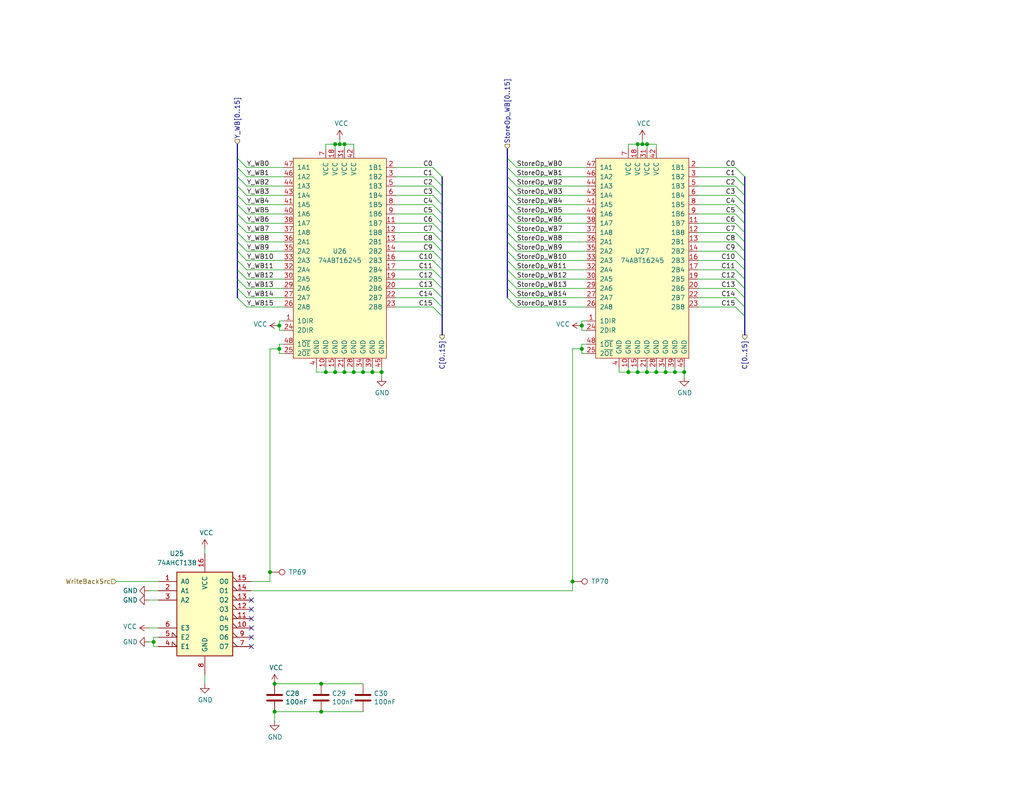
<source format=kicad_sch>
(kicad_sch (version 20230121) (generator eeschema)
  (paper "USLetter")
  (title_block (title "WB: Select Write Back Source") (date "2022-09-25") (rev "C") (comment 2 "or a byte swapped version of the latter.") (comment 3 "It can choose either the ALU result, the store operand / value loaded from peripherals,") (comment 4 "The write back stage can select one of several values to write back to the register file."))
  (lib_symbols
    (symbol "74xx (kicad5):74ABT16245_ab" (pin_names (offset 1.016))
      (property "Reference" "U" (at 0 1.27 0))
      (property "Value" "74ABT16245_ab" (at 0 -1.27 0))
      (symbol "74ABT16245_ab_0_1"
        (rectangle (start -12.7 26.67) (end 12.7 -27.94) (fill (type background)))
      )
      (symbol "74ABT16245_ab_1_1"
        (pin input line (at -15.24 -17.78 0) (length 2.54) (name "1DIR") (number "1"))
        (pin power_in line (at -3.81 -30.48 90) (length 2.54) (name "GND") (number "10"))
        (pin tri_state line (at 15.24 8.89 180) (length 2.54) (name "1B7") (number "11"))
        (pin tri_state line (at 15.24 6.35 180) (length 2.54) (name "1B8") (number "12"))
        (pin tri_state line (at 15.24 3.81 180) (length 2.54) (name "2B1") (number "13"))
        (pin tri_state line (at 15.24 1.27 180) (length 2.54) (name "2B2") (number "14"))
        (pin power_in line (at -1.27 -30.48 90) (length 2.54) (name "GND") (number "15"))
        (pin tri_state line (at 15.24 -1.27 180) (length 2.54) (name "2B3") (number "16"))
        (pin tri_state line (at 15.24 -3.81 180) (length 2.54) (name "2B4") (number "17"))
        (pin power_in line (at -1.27 29.21 270) (length 2.54) (name "VCC") (number "18"))
        (pin tri_state line (at 15.24 -6.35 180) (length 2.54) (name "2B5") (number "19"))
        (pin tri_state line (at 15.24 24.13 180) (length 2.54) (name "1B1") (number "2"))
        (pin tri_state line (at 15.24 -8.89 180) (length 2.54) (name "2B6") (number "20"))
        (pin power_in line (at 1.27 -30.48 90) (length 2.54) (name "GND") (number "21"))
        (pin tri_state line (at 15.24 -11.43 180) (length 2.54) (name "2B7") (number "22"))
        (pin tri_state line (at 15.24 -13.97 180) (length 2.54) (name "2B8") (number "23"))
        (pin input line (at -15.24 -20.32 0) (length 2.54) (name "2DIR") (number "24"))
        (pin input line (at -15.24 -26.67 0) (length 2.54) (name "2~{OE}") (number "25"))
        (pin input line (at -15.24 -13.97 0) (length 2.54) (name "2A8") (number "26"))
        (pin input line (at -15.24 -11.43 0) (length 2.54) (name "2A7") (number "27"))
        (pin power_in line (at 3.81 -30.48 90) (length 2.54) (name "GND") (number "28"))
        (pin input line (at -15.24 -8.89 0) (length 2.54) (name "2A6") (number "29"))
        (pin tri_state line (at 15.24 21.59 180) (length 2.54) (name "1B2") (number "3"))
        (pin input line (at -15.24 -6.35 0) (length 2.54) (name "2A5") (number "30"))
        (pin power_in line (at 1.27 29.21 270) (length 2.54) (name "VCC") (number "31"))
        (pin input line (at -15.24 -3.81 0) (length 2.54) (name "2A4") (number "32"))
        (pin input line (at -15.24 -1.27 0) (length 2.54) (name "2A3") (number "33"))
        (pin power_in line (at 6.35 -30.48 90) (length 2.54) (name "GND") (number "34"))
        (pin input line (at -15.24 1.27 0) (length 2.54) (name "2A2") (number "35"))
        (pin input line (at -15.24 3.81 0) (length 2.54) (name "2A1") (number "36"))
        (pin input line (at -15.24 6.35 0) (length 2.54) (name "1A8") (number "37"))
        (pin input line (at -15.24 8.89 0) (length 2.54) (name "1A7") (number "38"))
        (pin power_in line (at 8.89 -30.48 90) (length 2.54) (name "GND") (number "39"))
        (pin power_in line (at -6.35 -30.48 90) (length 2.54) (name "GND") (number "4"))
        (pin input line (at -15.24 11.43 0) (length 2.54) (name "1A6") (number "40"))
        (pin input line (at -15.24 13.97 0) (length 2.54) (name "1A5") (number "41"))
        (pin power_in line (at 3.81 29.21 270) (length 2.54) (name "VCC") (number "42"))
        (pin input line (at -15.24 16.51 0) (length 2.54) (name "1A4") (number "43"))
        (pin input line (at -15.24 19.05 0) (length 2.54) (name "1A3") (number "44"))
        (pin power_in line (at 11.43 -30.48 90) (length 2.54) (name "GND") (number "45"))
        (pin input line (at -15.24 21.59 0) (length 2.54) (name "1A2") (number "46"))
        (pin input line (at -15.24 24.13 0) (length 2.54) (name "1A1") (number "47"))
        (pin input line (at -15.24 -24.13 0) (length 2.54) (name "1~{OE}") (number "48"))
        (pin tri_state line (at 15.24 19.05 180) (length 2.54) (name "1B3") (number "5"))
        (pin tri_state line (at 15.24 16.51 180) (length 2.54) (name "1B4") (number "6"))
        (pin power_in line (at -3.81 29.21 270) (length 2.54) (name "VCC") (number "7"))
        (pin tri_state line (at 15.24 13.97 180) (length 2.54) (name "1B5") (number "8"))
        (pin tri_state line (at 15.24 11.43 180) (length 2.54) (name "1B6") (number "9"))
      )
    )
    (symbol "74xx:74LS138" (pin_names (offset 1.016))
      (property "Reference" "U" (at -7.62 11.43 0))
      (property "Value" "74LS138" (at -7.62 -13.97 0))
      (symbol "74LS138_1_0"
        (pin input line (at -12.7 7.62 0) (length 5.08) (name "A0") (number "1"))
        (pin output output_low (at 12.7 -5.08 180) (length 5.08) (name "O5") (number "10"))
        (pin output output_low (at 12.7 -2.54 180) (length 5.08) (name "O4") (number "11"))
        (pin output output_low (at 12.7 0 180) (length 5.08) (name "O3") (number "12"))
        (pin output output_low (at 12.7 2.54 180) (length 5.08) (name "O2") (number "13"))
        (pin output output_low (at 12.7 5.08 180) (length 5.08) (name "O1") (number "14"))
        (pin output output_low (at 12.7 7.62 180) (length 5.08) (name "O0") (number "15"))
        (pin power_in line (at 0 15.24 270) (length 5.08) (name "VCC") (number "16"))
        (pin input line (at -12.7 5.08 0) (length 5.08) (name "A1") (number "2"))
        (pin input line (at -12.7 2.54 0) (length 5.08) (name "A2") (number "3"))
        (pin input input_low (at -12.7 -10.16 0) (length 5.08) (name "E1") (number "4"))
        (pin input input_low (at -12.7 -7.62 0) (length 5.08) (name "E2") (number "5"))
        (pin input line (at -12.7 -5.08 0) (length 5.08) (name "E3") (number "6"))
        (pin output output_low (at 12.7 -10.16 180) (length 5.08) (name "O7") (number "7"))
        (pin power_in line (at 0 -17.78 90) (length 5.08) (name "GND") (number "8"))
        (pin output output_low (at 12.7 -7.62 180) (length 5.08) (name "O6") (number "9"))
      )
      (symbol "74LS138_1_1"
        (rectangle (start -7.62 10.16) (end 7.62 -12.7) (stroke (width 0.254)) (fill (type background)))
      )
    )
    (symbol "Connector:TestPoint" (pin_numbers hide) (pin_names (offset 0.762) hide)
      (property "Reference" "TP" (at 0 6.858 0))
      (property "Value" "TestPoint" (at 0 5.08 0))
      (symbol "TestPoint_0_1"
        (circle (center 0 3.302) (radius 0.762))
      )
      (symbol "TestPoint_1_1"
        (pin passive line (at 0 0 90) (length 2.54) (name "1") (number "1"))
      )
    )
    (symbol "Device:C" (pin_numbers hide) (pin_names (offset 0.254))
      (property "Reference" "C" (at 0.635 2.54 0))
      (property "Value" "C" (at 0.635 -2.54 0))
      (symbol "C_0_1"
        (polyline (pts (xy -2.032 -0.762) (xy 2.032 -0.762)) (stroke (width 0.508)))
        (polyline (pts (xy -2.032 0.762) (xy 2.032 0.762)) (stroke (width 0.508)))
      )
      (symbol "C_1_1"
        (pin passive line (at 0 3.81 270) (length 2.794) (name "~") (number "1"))
        (pin passive line (at 0 -3.81 90) (length 2.794) (name "~") (number "2"))
      )
    )
    (symbol "power:GND" (power) (pin_names (offset 0))
      (property "Value" "GND" (at 0 -3.81 0))
      (symbol "GND_0_1"
        (polyline (pts (xy 0 0) (xy 0 -1.27) (xy 1.27 -1.27) (xy 0 -2.54) (xy -1.27 -1.27) (xy 0 -1.27)))
      )
      (symbol "GND_1_1"
        (pin power_in line (at 0 0 270) (length 0) hide (name "GND") (number "1"))
      )
    )
    (symbol "power:VCC" (power) (pin_names (offset 0))
      (property "Value" "VCC" (at 0 3.81 0))
      (symbol "VCC_0_1"
        (polyline (pts (xy -0.762 1.27) (xy 0 2.54)))
        (polyline (pts (xy 0 0) (xy 0 2.54)))
        (polyline (pts (xy 0 2.54) (xy 0.762 1.27)))
      )
      (symbol "VCC_1_1"
        (pin power_in line (at 0 0 90) (length 0) hide (name "VCC") (number "1"))
      )
    )
  )
  (junction (at 74.93 186.69))
  (junction (at 186.69 101.6))
  (junction (at 171.45 101.6))
  (junction (at 74.93 194.31))
  (junction (at 176.53 39.37))
  (junction (at 96.52 101.6))
  (junction (at 87.63 194.31))
  (junction (at 181.61 101.6))
  (junction (at 158.75 95.25))
  (junction (at 104.14 101.6))
  (junction (at 93.98 39.37))
  (junction (at 156.21 158.75))
  (junction (at 92.71 39.37))
  (junction (at 73.66 156.21))
  (junction (at 76.2 95.25))
  (junction (at 93.98 101.6))
  (junction (at 88.9 101.6))
  (junction (at 101.6 101.6))
  (junction (at 184.15 101.6))
  (junction (at 91.44 39.37))
  (junction (at 41.91 175.26))
  (junction (at 91.44 101.6))
  (junction (at 87.63 186.69))
  (junction (at 179.07 101.6))
  (junction (at 173.99 101.6))
  (junction (at 76.2 88.9))
  (junction (at 176.53 101.6))
  (junction (at 175.26 39.37))
  (junction (at 99.06 101.6))
  (junction (at 173.99 39.37))
  (junction (at 158.75 88.9))
  (no_connect (at 68.58 166.37))
  (no_connect (at 68.58 176.53))
  (no_connect (at 68.58 171.45))
  (no_connect (at 68.58 168.91))
  (no_connect (at 68.58 163.83))
  (no_connect (at 68.58 173.99))
  (bus_entry (at 120.65 78.74) (size -2.54 -2.54))
  (bus_entry (at 203.2 50.8) (size -2.54 -2.54))
  (bus_entry (at 120.65 83.82) (size -2.54 -2.54))
  (bus_entry (at 140.97 78.74) (size -2.54 -2.54))
  (bus_entry (at 120.65 68.58) (size -2.54 -2.54))
  (bus_entry (at 140.97 55.88) (size -2.54 -2.54))
  (bus_entry (at 64.77 81.28) (size 2.54 2.54))
  (bus_entry (at 140.97 81.28) (size -2.54 -2.54))
  (bus_entry (at 140.97 63.5) (size -2.54 -2.54))
  (bus_entry (at 203.2 66.04) (size -2.54 -2.54))
  (bus_entry (at 203.2 48.26) (size -2.54 -2.54))
  (bus_entry (at 203.2 63.5) (size -2.54 -2.54))
  (bus_entry (at 203.2 73.66) (size -2.54 -2.54))
  (bus_entry (at 120.65 48.26) (size -2.54 -2.54))
  (bus_entry (at 140.97 58.42) (size -2.54 -2.54))
  (bus_entry (at 140.97 50.8) (size -2.54 -2.54))
  (bus_entry (at 64.77 73.66) (size 2.54 2.54))
  (bus_entry (at 120.65 73.66) (size -2.54 -2.54))
  (bus_entry (at 140.97 68.58) (size -2.54 -2.54))
  (bus_entry (at 140.97 45.72) (size -2.54 -2.54))
  (bus_entry (at 140.97 48.26) (size -2.54 -2.54))
  (bus_entry (at 140.97 60.96) (size -2.54 -2.54))
  (bus_entry (at 120.65 86.36) (size -2.54 -2.54))
  (bus_entry (at 140.97 73.66) (size -2.54 -2.54))
  (bus_entry (at 120.65 58.42) (size -2.54 -2.54))
  (bus_entry (at 64.77 63.5) (size 2.54 2.54))
  (bus_entry (at 64.77 76.2) (size 2.54 2.54))
  (bus_entry (at 140.97 76.2) (size -2.54 -2.54))
  (bus_entry (at 120.65 66.04) (size -2.54 -2.54))
  (bus_entry (at 203.2 81.28) (size -2.54 -2.54))
  (bus_entry (at 203.2 71.12) (size -2.54 -2.54))
  (bus_entry (at 64.77 45.72) (size 2.54 2.54))
  (bus_entry (at 203.2 68.58) (size -2.54 -2.54))
  (bus_entry (at 64.77 66.04) (size 2.54 2.54))
  (bus_entry (at 120.65 81.28) (size -2.54 -2.54))
  (bus_entry (at 203.2 78.74) (size -2.54 -2.54))
  (bus_entry (at 203.2 86.36) (size -2.54 -2.54))
  (bus_entry (at 120.65 76.2) (size -2.54 -2.54))
  (bus_entry (at 64.77 78.74) (size 2.54 2.54))
  (bus_entry (at 120.65 71.12) (size -2.54 -2.54))
  (bus_entry (at 203.2 58.42) (size -2.54 -2.54))
  (bus_entry (at 64.77 68.58) (size 2.54 2.54))
  (bus_entry (at 140.97 53.34) (size -2.54 -2.54))
  (bus_entry (at 203.2 60.96) (size -2.54 -2.54))
  (bus_entry (at 140.97 71.12) (size -2.54 -2.54))
  (bus_entry (at 140.97 66.04) (size -2.54 -2.54))
  (bus_entry (at 64.77 43.18) (size 2.54 2.54))
  (bus_entry (at 203.2 53.34) (size -2.54 -2.54))
  (bus_entry (at 64.77 60.96) (size 2.54 2.54))
  (bus_entry (at 120.65 53.34) (size -2.54 -2.54))
  (bus_entry (at 64.77 50.8) (size 2.54 2.54))
  (bus_entry (at 203.2 55.88) (size -2.54 -2.54))
  (bus_entry (at 203.2 76.2) (size -2.54 -2.54))
  (bus_entry (at 120.65 55.88) (size -2.54 -2.54))
  (bus_entry (at 64.77 71.12) (size 2.54 2.54))
  (bus_entry (at 120.65 50.8) (size -2.54 -2.54))
  (bus_entry (at 120.65 60.96) (size -2.54 -2.54))
  (bus_entry (at 64.77 55.88) (size 2.54 2.54))
  (bus_entry (at 120.65 63.5) (size -2.54 -2.54))
  (bus_entry (at 64.77 48.26) (size 2.54 2.54))
  (bus_entry (at 64.77 58.42) (size 2.54 2.54))
  (bus_entry (at 140.97 83.82) (size -2.54 -2.54))
  (bus_entry (at 203.2 83.82) (size -2.54 -2.54))
  (bus_entry (at 64.77 53.34) (size 2.54 2.54))
  (wire (pts (xy 76.2 95.25) (xy 73.66 95.25)))
  (wire (pts (xy 68.58 161.29) (xy 156.21 161.29)))
  (wire (pts (xy 140.97 48.26) (xy 160.02 48.26)))
  (wire (pts (xy 99.06 101.6) (xy 99.06 100.33)))
  (wire (pts (xy 140.97 53.34) (xy 160.02 53.34)))
  (bus (pts (xy 120.65 83.82) (xy 120.65 86.36)))
  (wire (pts (xy 140.97 73.66) (xy 160.02 73.66)))
  (bus (pts (xy 64.77 43.18) (xy 64.77 45.72)))
  (bus (pts (xy 64.77 63.5) (xy 64.77 66.04)))
  (bus (pts (xy 138.43 63.5) (xy 138.43 66.04)))
  (wire (pts (xy 91.44 101.6) (xy 93.98 101.6)))
  (wire (pts (xy 158.75 93.98) (xy 158.75 95.25)))
  (wire (pts (xy 41.91 175.26) (xy 41.91 176.53)))
  (bus (pts (xy 203.2 86.36) (xy 203.2 91.44)))
  (wire (pts (xy 171.45 39.37) (xy 173.99 39.37)))
  (wire (pts (xy 175.26 39.37) (xy 176.53 39.37)))
  (wire (pts (xy 118.11 60.96) (xy 107.95 60.96)))
  (wire (pts (xy 200.66 60.96) (xy 190.5 60.96)))
  (wire (pts (xy 200.66 66.04) (xy 190.5 66.04)))
  (wire (pts (xy 67.31 76.2) (xy 77.47 76.2)))
  (wire (pts (xy 200.66 68.58) (xy 190.5 68.58)))
  (bus (pts (xy 120.65 48.26) (xy 120.65 50.8)))
  (wire (pts (xy 67.31 81.28) (xy 77.47 81.28)))
  (wire (pts (xy 74.93 196.85) (xy 74.93 194.31)))
  (wire (pts (xy 101.6 101.6) (xy 104.14 101.6)))
  (wire (pts (xy 67.31 83.82) (xy 77.47 83.82)))
  (bus (pts (xy 203.2 53.34) (xy 203.2 55.88)))
  (wire (pts (xy 156.21 95.25) (xy 156.21 158.75)))
  (wire (pts (xy 160.02 93.98) (xy 158.75 93.98)))
  (bus (pts (xy 138.43 45.72) (xy 138.43 48.26)))
  (wire (pts (xy 118.11 58.42) (xy 107.95 58.42)))
  (wire (pts (xy 140.97 76.2) (xy 160.02 76.2)))
  (wire (pts (xy 200.66 45.72) (xy 190.5 45.72)))
  (wire (pts (xy 67.31 48.26) (xy 77.47 48.26)))
  (bus (pts (xy 138.43 78.74) (xy 138.43 81.28)))
  (bus (pts (xy 203.2 48.26) (xy 203.2 50.8)))
  (wire (pts (xy 55.88 149.86) (xy 55.88 151.13)))
  (wire (pts (xy 158.75 90.17) (xy 160.02 90.17)))
  (bus (pts (xy 64.77 50.8) (xy 64.77 53.34)))
  (wire (pts (xy 118.11 71.12) (xy 107.95 71.12)))
  (wire (pts (xy 99.06 101.6) (xy 101.6 101.6)))
  (wire (pts (xy 140.97 68.58) (xy 160.02 68.58)))
  (bus (pts (xy 64.77 78.74) (xy 64.77 81.28)))
  (wire (pts (xy 158.75 88.9) (xy 158.75 90.17)))
  (bus (pts (xy 203.2 78.74) (xy 203.2 81.28)))
  (wire (pts (xy 88.9 101.6) (xy 91.44 101.6)))
  (wire (pts (xy 67.31 66.04) (xy 77.47 66.04)))
  (wire (pts (xy 88.9 39.37) (xy 91.44 39.37)))
  (wire (pts (xy 41.91 173.99) (xy 41.91 175.26)))
  (wire (pts (xy 118.11 66.04) (xy 107.95 66.04)))
  (wire (pts (xy 101.6 101.6) (xy 101.6 100.33)))
  (wire (pts (xy 184.15 101.6) (xy 184.15 100.33)))
  (wire (pts (xy 67.31 73.66) (xy 77.47 73.66)))
  (wire (pts (xy 179.07 101.6) (xy 179.07 100.33)))
  (wire (pts (xy 158.75 95.25) (xy 156.21 95.25)))
  (bus (pts (xy 120.65 86.36) (xy 120.65 91.44)))
  (bus (pts (xy 138.43 66.04) (xy 138.43 68.58)))
  (wire (pts (xy 176.53 40.64) (xy 176.53 39.37)))
  (wire (pts (xy 91.44 39.37) (xy 92.71 39.37)))
  (bus (pts (xy 120.65 53.34) (xy 120.65 55.88)))
  (wire (pts (xy 74.93 186.69) (xy 87.63 186.69)))
  (wire (pts (xy 91.44 40.64) (xy 91.44 39.37)))
  (bus (pts (xy 203.2 60.96) (xy 203.2 63.5)))
  (wire (pts (xy 87.63 186.69) (xy 99.06 186.69)))
  (bus (pts (xy 64.77 66.04) (xy 64.77 68.58)))
  (wire (pts (xy 118.11 63.5) (xy 107.95 63.5)))
  (bus (pts (xy 203.2 68.58) (xy 203.2 71.12)))
  (wire (pts (xy 140.97 50.8) (xy 160.02 50.8)))
  (bus (pts (xy 120.65 81.28) (xy 120.65 83.82)))
  (wire (pts (xy 118.11 81.28) (xy 107.95 81.28)))
  (bus (pts (xy 203.2 55.88) (xy 203.2 58.42)))
  (bus (pts (xy 138.43 60.96) (xy 138.43 63.5)))
  (wire (pts (xy 173.99 40.64) (xy 173.99 39.37)))
  (wire (pts (xy 67.31 78.74) (xy 77.47 78.74)))
  (bus (pts (xy 120.65 73.66) (xy 120.65 76.2)))
  (bus (pts (xy 64.77 73.66) (xy 64.77 76.2)))
  (wire (pts (xy 179.07 39.37) (xy 179.07 40.64)))
  (wire (pts (xy 186.69 101.6) (xy 186.69 100.33)))
  (wire (pts (xy 67.31 63.5) (xy 77.47 63.5)))
  (wire (pts (xy 200.66 81.28) (xy 190.5 81.28)))
  (bus (pts (xy 203.2 81.28) (xy 203.2 83.82)))
  (wire (pts (xy 118.11 68.58) (xy 107.95 68.58)))
  (bus (pts (xy 138.43 53.34) (xy 138.43 55.88)))
  (wire (pts (xy 200.66 63.5) (xy 190.5 63.5)))
  (wire (pts (xy 200.66 48.26) (xy 190.5 48.26)))
  (wire (pts (xy 175.26 38.1) (xy 175.26 39.37)))
  (wire (pts (xy 67.31 50.8) (xy 77.47 50.8)))
  (bus (pts (xy 203.2 50.8) (xy 203.2 53.34)))
  (wire (pts (xy 200.66 53.34) (xy 190.5 53.34)))
  (wire (pts (xy 40.64 171.45) (xy 43.18 171.45)))
  (wire (pts (xy 73.66 156.21) (xy 73.66 158.75)))
  (wire (pts (xy 73.66 158.75) (xy 68.58 158.75)))
  (wire (pts (xy 140.97 71.12) (xy 160.02 71.12)))
  (wire (pts (xy 88.9 100.33) (xy 88.9 101.6)))
  (wire (pts (xy 181.61 101.6) (xy 181.61 100.33)))
  (bus (pts (xy 120.65 71.12) (xy 120.65 73.66)))
  (wire (pts (xy 40.64 161.29) (xy 43.18 161.29)))
  (wire (pts (xy 140.97 81.28) (xy 160.02 81.28)))
  (wire (pts (xy 140.97 60.96) (xy 160.02 60.96)))
  (wire (pts (xy 88.9 40.64) (xy 88.9 39.37)))
  (wire (pts (xy 41.91 176.53) (xy 43.18 176.53)))
  (wire (pts (xy 86.36 101.6) (xy 88.9 101.6)))
  (bus (pts (xy 120.65 55.88) (xy 120.65 58.42)))
  (wire (pts (xy 140.97 58.42) (xy 160.02 58.42)))
  (bus (pts (xy 138.43 43.18) (xy 138.43 45.72)))
  (bus (pts (xy 138.43 55.88) (xy 138.43 58.42)))
  (wire (pts (xy 118.11 50.8) (xy 107.95 50.8)))
  (bus (pts (xy 203.2 71.12) (xy 203.2 73.66)))
  (wire (pts (xy 76.2 90.17) (xy 77.47 90.17)))
  (wire (pts (xy 76.2 96.52) (xy 77.47 96.52)))
  (wire (pts (xy 77.47 87.63) (xy 76.2 87.63)))
  (wire (pts (xy 93.98 40.64) (xy 93.98 39.37)))
  (wire (pts (xy 171.45 100.33) (xy 171.45 101.6)))
  (wire (pts (xy 87.63 194.31) (xy 99.06 194.31)))
  (wire (pts (xy 156.21 158.75) (xy 156.21 161.29)))
  (wire (pts (xy 118.11 83.82) (xy 107.95 83.82)))
  (wire (pts (xy 118.11 55.88) (xy 107.95 55.88)))
  (wire (pts (xy 92.71 39.37) (xy 93.98 39.37)))
  (wire (pts (xy 43.18 173.99) (xy 41.91 173.99)))
  (wire (pts (xy 173.99 101.6) (xy 176.53 101.6)))
  (bus (pts (xy 120.65 63.5) (xy 120.65 66.04)))
  (bus (pts (xy 64.77 76.2) (xy 64.77 78.74)))
  (wire (pts (xy 73.66 95.25) (xy 73.66 156.21)))
  (wire (pts (xy 171.45 101.6) (xy 173.99 101.6)))
  (bus (pts (xy 203.2 76.2) (xy 203.2 78.74)))
  (bus (pts (xy 138.43 68.58) (xy 138.43 71.12)))
  (wire (pts (xy 200.66 55.88) (xy 190.5 55.88)))
  (wire (pts (xy 200.66 78.74) (xy 190.5 78.74)))
  (bus (pts (xy 203.2 58.42) (xy 203.2 60.96)))
  (wire (pts (xy 168.91 101.6) (xy 171.45 101.6)))
  (wire (pts (xy 140.97 83.82) (xy 160.02 83.82)))
  (wire (pts (xy 160.02 87.63) (xy 158.75 87.63)))
  (bus (pts (xy 120.65 78.74) (xy 120.65 81.28)))
  (wire (pts (xy 76.2 87.63) (xy 76.2 88.9)))
  (wire (pts (xy 92.71 38.1) (xy 92.71 39.37)))
  (bus (pts (xy 120.65 50.8) (xy 120.65 53.34)))
  (wire (pts (xy 76.2 95.25) (xy 76.2 96.52)))
  (bus (pts (xy 138.43 71.12) (xy 138.43 73.66)))
  (wire (pts (xy 86.36 100.33) (xy 86.36 101.6)))
  (wire (pts (xy 77.47 93.98) (xy 76.2 93.98)))
  (wire (pts (xy 200.66 83.82) (xy 190.5 83.82)))
  (wire (pts (xy 200.66 73.66) (xy 190.5 73.66)))
  (wire (pts (xy 76.2 93.98) (xy 76.2 95.25)))
  (bus (pts (xy 203.2 63.5) (xy 203.2 66.04)))
  (wire (pts (xy 140.97 45.72) (xy 160.02 45.72)))
  (bus (pts (xy 138.43 73.66) (xy 138.43 76.2)))
  (wire (pts (xy 168.91 100.33) (xy 168.91 101.6)))
  (bus (pts (xy 203.2 83.82) (xy 203.2 86.36)))
  (wire (pts (xy 91.44 100.33) (xy 91.44 101.6)))
  (wire (pts (xy 40.64 163.83) (xy 43.18 163.83)))
  (wire (pts (xy 93.98 101.6) (xy 93.98 100.33)))
  (wire (pts (xy 118.11 53.34) (xy 107.95 53.34)))
  (bus (pts (xy 138.43 76.2) (xy 138.43 78.74)))
  (wire (pts (xy 181.61 101.6) (xy 179.07 101.6)))
  (bus (pts (xy 138.43 40.64) (xy 138.43 43.18)))
  (wire (pts (xy 200.66 76.2) (xy 190.5 76.2)))
  (wire (pts (xy 96.52 101.6) (xy 96.52 100.33)))
  (wire (pts (xy 200.66 58.42) (xy 190.5 58.42)))
  (bus (pts (xy 138.43 48.26) (xy 138.43 50.8)))
  (bus (pts (xy 120.65 60.96) (xy 120.65 63.5)))
  (bus (pts (xy 64.77 60.96) (xy 64.77 63.5)))
  (bus (pts (xy 64.77 53.34) (xy 64.77 55.88)))
  (wire (pts (xy 118.11 45.72) (xy 107.95 45.72)))
  (bus (pts (xy 138.43 50.8) (xy 138.43 53.34)))
  (wire (pts (xy 200.66 71.12) (xy 190.5 71.12)))
  (bus (pts (xy 64.77 39.37) (xy 64.77 43.18)))
  (bus (pts (xy 64.77 55.88) (xy 64.77 58.42)))
  (wire (pts (xy 118.11 76.2) (xy 107.95 76.2)))
  (wire (pts (xy 77.47 45.72) (xy 67.31 45.72)))
  (wire (pts (xy 176.53 39.37) (xy 179.07 39.37)))
  (wire (pts (xy 67.31 55.88) (xy 77.47 55.88)))
  (wire (pts (xy 184.15 101.6) (xy 186.69 101.6)))
  (wire (pts (xy 179.07 101.6) (xy 176.53 101.6)))
  (wire (pts (xy 158.75 95.25) (xy 158.75 96.52)))
  (wire (pts (xy 104.14 101.6) (xy 104.14 100.33)))
  (wire (pts (xy 74.93 194.31) (xy 87.63 194.31)))
  (wire (pts (xy 104.14 102.87) (xy 104.14 101.6)))
  (bus (pts (xy 203.2 73.66) (xy 203.2 76.2)))
  (wire (pts (xy 67.31 60.96) (xy 77.47 60.96)))
  (wire (pts (xy 186.69 102.87) (xy 186.69 101.6)))
  (wire (pts (xy 140.97 55.88) (xy 160.02 55.88)))
  (wire (pts (xy 176.53 101.6) (xy 176.53 100.33)))
  (wire (pts (xy 140.97 78.74) (xy 160.02 78.74)))
  (wire (pts (xy 67.31 71.12) (xy 77.47 71.12)))
  (wire (pts (xy 181.61 101.6) (xy 184.15 101.6)))
  (bus (pts (xy 64.77 48.26) (xy 64.77 50.8)))
  (bus (pts (xy 120.65 66.04) (xy 120.65 68.58)))
  (wire (pts (xy 67.31 53.34) (xy 77.47 53.34)))
  (wire (pts (xy 67.31 58.42) (xy 77.47 58.42)))
  (bus (pts (xy 138.43 58.42) (xy 138.43 60.96)))
  (wire (pts (xy 158.75 87.63) (xy 158.75 88.9)))
  (wire (pts (xy 99.06 101.6) (xy 96.52 101.6)))
  (wire (pts (xy 76.2 88.9) (xy 76.2 90.17)))
  (bus (pts (xy 120.65 58.42) (xy 120.65 60.96)))
  (bus (pts (xy 64.77 71.12) (xy 64.77 73.66)))
  (wire (pts (xy 118.11 78.74) (xy 107.95 78.74)))
  (wire (pts (xy 118.11 73.66) (xy 107.95 73.66)))
  (wire (pts (xy 118.11 48.26) (xy 107.95 48.26)))
  (bus (pts (xy 64.77 45.72) (xy 64.77 48.26)))
  (wire (pts (xy 93.98 39.37) (xy 96.52 39.37)))
  (wire (pts (xy 173.99 100.33) (xy 173.99 101.6)))
  (wire (pts (xy 31.75 158.75) (xy 43.18 158.75)))
  (wire (pts (xy 40.64 175.26) (xy 41.91 175.26)))
  (bus (pts (xy 64.77 58.42) (xy 64.77 60.96)))
  (wire (pts (xy 158.75 96.52) (xy 160.02 96.52)))
  (wire (pts (xy 55.88 184.15) (xy 55.88 186.69)))
  (wire (pts (xy 96.52 39.37) (xy 96.52 40.64)))
  (wire (pts (xy 173.99 39.37) (xy 175.26 39.37)))
  (wire (pts (xy 200.66 50.8) (xy 190.5 50.8)))
  (wire (pts (xy 67.31 68.58) (xy 77.47 68.58)))
  (wire (pts (xy 140.97 66.04) (xy 160.02 66.04)))
  (wire (pts (xy 96.52 101.6) (xy 93.98 101.6)))
  (bus (pts (xy 120.65 68.58) (xy 120.65 71.12)))
  (bus (pts (xy 120.65 76.2) (xy 120.65 78.74)))
  (bus (pts (xy 203.2 66.04) (xy 203.2 68.58)))
  (bus (pts (xy 64.77 68.58) (xy 64.77 71.12)))
  (wire (pts (xy 171.45 40.64) (xy 171.45 39.37)))
  (wire (pts (xy 140.97 63.5) (xy 160.02 63.5)))
  (label "Y_WB15" (at 67.31 83.82 0))
  (label "C4" (at 118.11 55.88 180))
  (label "StoreOp_WB11" (at 140.97 73.66 0))
  (label "Y_WB5" (at 67.31 58.42 0))
  (label "Y_WB9" (at 67.31 68.58 0))
  (label "C2" (at 200.66 50.8 180))
  (label "StoreOp_WB12" (at 140.97 76.2 0))
  (label "Y_WB1" (at 67.31 48.26 0))
  (label "Y_WB11" (at 67.31 73.66 0))
  (label "Y_WB3" (at 67.31 53.34 0))
  (label "StoreOp_WB9" (at 140.97 68.58 0))
  (label "C6" (at 118.11 60.96 180))
  (label "Y_WB12" (at 67.31 76.2 0))
  (label "C13" (at 200.66 78.74 180))
  (label "Y_WB2" (at 67.31 50.8 0))
  (label "C4" (at 200.66 55.88 180))
  (label "C1" (at 200.66 48.26 180))
  (label "C1" (at 118.11 48.26 180))
  (label "Y_WB7" (at 67.31 63.5 0))
  (label "C10" (at 118.11 71.12 180))
  (label "Y_WB8" (at 67.31 66.04 0))
  (label "Y_WB4" (at 67.31 55.88 0))
  (label "StoreOp_WB10" (at 140.97 71.12 0))
  (label "C0" (at 200.66 45.72 180))
  (label "StoreOp_WB5" (at 140.97 58.42 0))
  (label "Y_WB0" (at 67.31 45.72 0))
  (label "StoreOp_WB15" (at 140.97 83.82 0))
  (label "StoreOp_WB8" (at 140.97 66.04 0))
  (label "StoreOp_WB4" (at 140.97 55.88 0))
  (label "StoreOp_WB1" (at 140.97 48.26 0))
  (label "C9" (at 200.66 68.58 180))
  (label "C8" (at 200.66 66.04 180))
  (label "StoreOp_WB6" (at 140.97 60.96 0))
  (label "StoreOp_WB0" (at 140.97 45.72 0))
  (label "Y_WB6" (at 67.31 60.96 0))
  (label "C12" (at 200.66 76.2 180))
  (label "StoreOp_WB13" (at 140.97 78.74 0))
  (label "C11" (at 118.11 73.66 180))
  (label "StoreOp_WB14" (at 140.97 81.28 0))
  (label "C6" (at 200.66 60.96 180))
  (label "C10" (at 200.66 71.12 180))
  (label "Y_WB14" (at 67.31 81.28 0))
  (label "C7" (at 118.11 63.5 180))
  (label "StoreOp_WB2" (at 140.97 50.8 0))
  (label "C14" (at 118.11 81.28 180))
  (label "C15" (at 118.11 83.82 180))
  (label "C3" (at 118.11 53.34 180))
  (label "C5" (at 200.66 58.42 180))
  (label "C8" (at 118.11 66.04 180))
  (label "C2" (at 118.11 50.8 180))
  (label "C12" (at 118.11 76.2 180))
  (label "C15" (at 200.66 83.82 180))
  (label "StoreOp_WB7" (at 140.97 63.5 0))
  (label "C0" (at 118.11 45.72 180))
  (label "C13" (at 118.11 78.74 180))
  (label "C14" (at 200.66 81.28 180))
  (label "C9" (at 118.11 68.58 180))
  (label "Y_WB10" (at 67.31 71.12 0))
  (label "C5" (at 118.11 58.42 180))
  (label "C11" (at 200.66 73.66 180))
  (label "Y_WB13" (at 67.31 78.74 0))
  (label "C3" (at 200.66 53.34 180))
  (label "C7" (at 200.66 63.5 180))
  (label "StoreOp_WB3" (at 140.97 53.34 0))
  (hierarchical_label "Y_WB[0..15]" (shape input) (at 64.77 39.37 90))
  (hierarchical_label "StoreOp_WB[0..15]" (shape input) (at 138.43 40.64 90))
  (hierarchical_label "C[0..15]" (shape output) (at 120.65 91.44 270))
  (hierarchical_label "WriteBackSrc" (shape input) (at 31.75 158.75 180))
  (hierarchical_label "C[0..15]" (shape output) (at 203.2 91.44 270))
  (symbol (lib_id "power:VCC") (at 76.2 88.9 90) (unit 1)
    (property "Reference" "#PWR0116" (effects hide))
    (property "Value" "VCC" (at 72.9742 88.519 90) (effects (justify left)))
  )
  (symbol (lib_id "power:GND") (at 40.64 161.29 270) (unit 1)
    (property "Reference" "#PWR0108" (effects hide))
    (property "Value" "GND" (at 35.56 161.29 90))
  )
  (symbol (lib_id "Device:C") (at 74.93 190.5 0) (unit 1)
    (property "Reference" "C28" (at 77.851 189.3316 0) (effects (justify left)))
    (property "Value" "100nF" (at 77.851 191.643 0) (effects (justify left)))
    (property "Footprint" "Capacitor_SMD:C_0603_1608Metric_Pad1.08x0.95mm_HandSolder" (effects hide))
    (property "Mouser" "https://www.mouser.com/ProductDetail/963-EMK107B7104KAHT" (effects hide))
  )
  (symbol (lib_id "Device:C") (at 87.63 190.5 0) (unit 1)
    (property "Reference" "C29" (at 90.551 189.3316 0) (effects (justify left)))
    (property "Value" "100nF" (at 90.551 191.643 0) (effects (justify left)))
    (property "Footprint" "Capacitor_SMD:C_0603_1608Metric_Pad1.08x0.95mm_HandSolder" (effects hide))
    (property "Mouser" "https://www.mouser.com/ProductDetail/963-EMK107B7104KAHT" (effects hide))
  )
  (symbol (lib_id "power:VCC") (at 74.93 186.69 0) (unit 1)
    (property "Reference" "#PWR0114" (effects hide))
    (property "Value" "VCC" (at 75.3618 182.2958 0))
  )
  (symbol (lib_id "power:GND") (at 74.93 196.85 0) (unit 1)
    (property "Reference" "#PWR0115" (effects hide))
    (property "Value" "GND" (at 75.057 201.2442 0))
  )
  (symbol (lib_id "Device:C") (at 99.06 190.5 0) (unit 1)
    (property "Reference" "C30" (at 101.981 189.3316 0) (effects (justify left)))
    (property "Value" "100nF" (at 101.981 191.643 0) (effects (justify left)))
    (property "Footprint" "Capacitor_SMD:C_0603_1608Metric_Pad1.08x0.95mm_HandSolder" (effects hide))
    (property "Mouser" "https://www.mouser.com/ProductDetail/963-EMK107B7104KAHT" (effects hide))
  )
  (symbol (lib_id "power:GND") (at 55.88 186.69 0) (unit 1)
    (property "Reference" "#PWR0113" (effects hide))
    (property "Value" "GND" (at 56.007 191.0842 0))
  )
  (symbol (lib_id "power:VCC") (at 55.88 149.86 0) (unit 1)
    (property "Reference" "#PWR0112" (effects hide))
    (property "Value" "VCC" (at 56.3118 145.4658 0))
  )
  (symbol (lib_id "power:GND") (at 40.64 163.83 270) (unit 1)
    (property "Reference" "#PWR0109" (effects hide))
    (property "Value" "GND" (at 35.56 163.83 90))
  )
  (symbol (lib_id "power:GND") (at 40.64 175.26 270) (unit 1)
    (property "Reference" "#PWR0111" (effects hide))
    (property "Value" "GND" (at 35.56 175.26 90))
  )
  (symbol (lib_id "power:VCC") (at 40.64 171.45 90) (unit 1)
    (property "Reference" "#PWR0110" (effects hide))
    (property "Value" "VCC" (at 37.4142 171.069 90) (effects (justify left)))
  )
  (symbol (lib_id "power:GND") (at 104.14 102.87 0) (unit 1)
    (property "Reference" "#PWR0118" (effects hide))
    (property "Value" "GND" (at 104.267 107.2642 0))
  )
  (symbol (lib_id "power:VCC") (at 92.71 38.1 0) (unit 1)
    (property "Reference" "#PWR0117" (effects hide))
    (property "Value" "VCC" (at 93.1418 33.7058 0))
  )
  (symbol (lib_id "74xx (kicad5):74ABT16245_ab") (at 92.71 69.85 0) (unit 1)
    (property "Reference" "U26" (at 92.71 68.58 0))
    (property "Value" "74ABT16245" (at 92.71 71.12 0))
    (property "Footprint" "Package_SO:TSSOP-48_6.1x12.5mm_P0.5mm" (effects hide))
    (property "Datasheet" "https://www.mouser.com/datasheet/2/916/74ABT16245B-1318411.pdf" (effects hide))
    (property "Mouser" "https://www.mouser.com/ProductDetail/Nexperia/74ABT16245BDGG112?qs=odJ8N4Y39o5zEd7Jr9Vumg%3D%3D" (effects hide))
  )
  (symbol (lib_id "power:VCC") (at 158.75 88.9 90) (unit 1)
    (property "Reference" "#PWR0119" (effects hide))
    (property "Value" "VCC" (at 155.5242 88.519 90) (effects (justify left)))
  )
  (symbol (lib_id "power:GND") (at 186.69 102.87 0) (unit 1)
    (property "Reference" "#PWR0121" (effects hide))
    (property "Value" "GND" (at 186.817 107.2642 0))
  )
  (symbol (lib_id "power:VCC") (at 175.26 38.1 0) (unit 1)
    (property "Reference" "#PWR0120" (effects hide))
    (property "Value" "VCC" (at 175.6918 33.7058 0))
  )
  (symbol (lib_id "74xx (kicad5):74ABT16245_ab") (at 175.26 69.85 0) (unit 1)
    (property "Reference" "U27" (at 175.26 68.58 0))
    (property "Value" "74ABT16245" (at 175.26 71.12 0))
    (property "Footprint" "Package_SO:TSSOP-48_6.1x12.5mm_P0.5mm" (effects hide))
    (property "Datasheet" "https://www.mouser.com/datasheet/2/916/74ABT16245B-1318411.pdf" (effects hide))
    (property "Mouser" "https://www.mouser.com/ProductDetail/Nexperia/74ABT16245BDGG112?qs=odJ8N4Y39o5zEd7Jr9Vumg%3D%3D" (effects hide))
  )
  (symbol (lib_id "74xx:74LS138") (at 55.88 166.37 0) (unit 1)
    (property "Reference" "U25" (at 48.26 151.13 0))
    (property "Value" "74AHCT138" (at 48.26 153.67 0))
    (property "Footprint" "Package_SO:TSSOP-16_4.4x5mm_P0.65mm" (effects hide))
    (property "Datasheet" "http://www.ti.com/lit/gpn/sn74LS138" (effects hide))
    (property "Mouser" "https://www.mouser.com/ProductDetail/Texas-Instruments/SN74AHCT138PWR?qs=X1HXWTtiZ0Qe%252BapR8HivMQ%3D%3D" (effects hide))
  )
  (symbol (lib_id "Connector:TestPoint") (at 73.66 156.21 270) (unit 1)
    (property "Reference" "TP69" (at 78.74 156.21 90) (effects (justify left)))
    (property "Value" "TP" (effects hide))
    (property "Footprint" "TestPoint:TestPoint_Pad_D1.0mm" (effects hide))
  )
  (symbol (lib_id "Connector:TestPoint") (at 156.21 158.75 270) (unit 1)
    (property "Reference" "TP70" (at 161.29 158.75 90) (effects (justify left)))
    (property "Value" "TP" (effects hide))
    (property "Footprint" "TestPoint:TestPoint_Pad_D1.0mm" (effects hide))
  )
)
</source>
